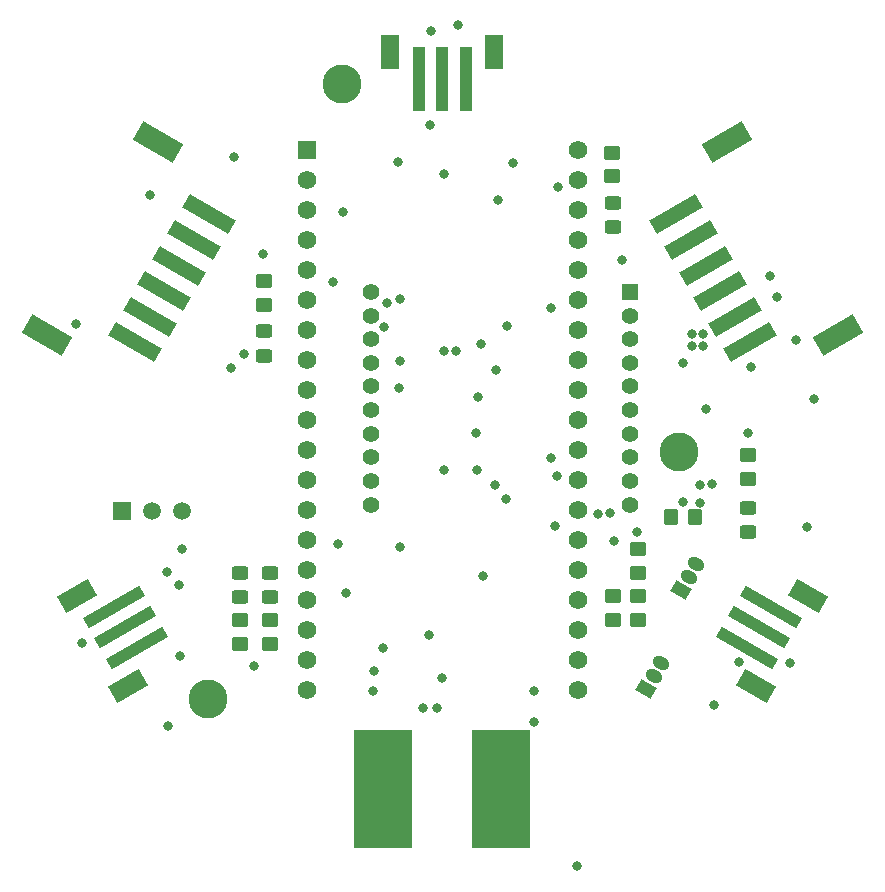
<source format=gbr>
%TF.GenerationSoftware,KiCad,Pcbnew,(5.99.0-10211-g744e70df36)*%
%TF.CreationDate,2021-04-29T03:04:50-06:00*%
%TF.ProjectId,spinnybot-motherboad,7370696e-6e79-4626-9f74-2d6d6f746865,rev?*%
%TF.SameCoordinates,Original*%
%TF.FileFunction,Soldermask,Top*%
%TF.FilePolarity,Negative*%
%FSLAX46Y46*%
G04 Gerber Fmt 4.6, Leading zero omitted, Abs format (unit mm)*
G04 Created by KiCad (PCBNEW (5.99.0-10211-g744e70df36)) date 2021-04-29 03:04:50*
%MOMM*%
%LPD*%
G01*
G04 APERTURE LIST*
G04 Aperture macros list*
%AMRoundRect*
0 Rectangle with rounded corners*
0 $1 Rounding radius*
0 $2 $3 $4 $5 $6 $7 $8 $9 X,Y pos of 4 corners*
0 Add a 4 corners polygon primitive as box body*
4,1,4,$2,$3,$4,$5,$6,$7,$8,$9,$2,$3,0*
0 Add four circle primitives for the rounded corners*
1,1,$1+$1,$2,$3*
1,1,$1+$1,$4,$5*
1,1,$1+$1,$6,$7*
1,1,$1+$1,$8,$9*
0 Add four rect primitives between the rounded corners*
20,1,$1+$1,$2,$3,$4,$5,0*
20,1,$1+$1,$4,$5,$6,$7,0*
20,1,$1+$1,$6,$7,$8,$9,0*
20,1,$1+$1,$8,$9,$2,$3,0*%
%AMHorizOval*
0 Thick line with rounded ends*
0 $1 width*
0 $2 $3 position (X,Y) of the first rounded end (center of the circle)*
0 $4 $5 position (X,Y) of the second rounded end (center of the circle)*
0 Add line between two ends*
20,1,$1,$2,$3,$4,$5,0*
0 Add two circle primitives to create the rounded ends*
1,1,$1,$2,$3*
1,1,$1,$4,$5*%
%AMRotRect*
0 Rectangle, with rotation*
0 The origin of the aperture is its center*
0 $1 length*
0 $2 width*
0 $3 Rotation angle, in degrees counterclockwise*
0 Add horizontal line*
21,1,$1,$2,0,0,$3*%
G04 Aperture macros list end*
%ADD10RoundRect,0.250000X-0.450000X0.350000X-0.450000X-0.350000X0.450000X-0.350000X0.450000X0.350000X0*%
%ADD11RotRect,1.000000X5.500000X120.000000*%
%ADD12RotRect,1.600000X3.000000X120.000000*%
%ADD13RotRect,1.050000X1.500000X60.000000*%
%ADD14HorizOval,1.050000X-0.194856X0.112500X0.194856X-0.112500X0*%
%ADD15RotRect,1.295400X4.495800X240.000000*%
%ADD16RotRect,1.803400X3.911600X240.000000*%
%ADD17R,5.000000X10.000000*%
%ADD18RoundRect,0.250000X-0.450000X0.325000X-0.450000X-0.325000X0.450000X-0.325000X0.450000X0.325000X0*%
%ADD19RoundRect,0.250000X0.450000X-0.350000X0.450000X0.350000X-0.450000X0.350000X-0.450000X-0.350000X0*%
%ADD20RoundRect,0.250000X0.450000X-0.325000X0.450000X0.325000X-0.450000X0.325000X-0.450000X-0.325000X0*%
%ADD21C,3.300000*%
%ADD22RotRect,1.295400X4.495800X120.000000*%
%ADD23RotRect,1.803400X3.911600X120.000000*%
%ADD24R,1.508000X1.508000*%
%ADD25C,1.508000*%
%ADD26RoundRect,0.250000X0.350000X0.450000X-0.350000X0.450000X-0.350000X-0.450000X0.350000X-0.450000X0*%
%ADD27RotRect,1.000000X5.500000X240.000000*%
%ADD28RotRect,1.600000X3.000000X240.000000*%
%ADD29C,0.800000*%
%ADD30R,1.000000X5.500000*%
%ADD31R,1.600000X3.000000*%
%ADD32R,1.560000X1.560000*%
%ADD33C,1.560000*%
%ADD34R,1.400000X1.400000*%
%ADD35C,1.400000*%
G04 APERTURE END LIST*
D10*
%TO.C,R5*%
X187150000Y-78700000D03*
X187150000Y-80700000D03*
%TD*%
D11*
%TO.C,J12*%
X146947846Y-120635163D03*
X145947846Y-118903112D03*
X144947846Y-117171061D03*
D12*
X141799289Y-116217600D03*
X146199289Y-123838624D03*
%TD*%
D13*
%TO.C,Q4*%
X190036769Y-124129853D03*
D14*
X190671769Y-123030001D03*
X191306769Y-121930148D03*
%TD*%
D15*
%TO.C,J8*%
X152999062Y-83929759D03*
X151749062Y-86094822D03*
X150499062Y-88259886D03*
X149249062Y-90424949D03*
X147999062Y-92590013D03*
X146749062Y-94755076D03*
D16*
X148710089Y-77758478D03*
X139260090Y-94126357D03*
%TD*%
D13*
%TO.C,Q5*%
X193006769Y-115739853D03*
D14*
X193641769Y-114640001D03*
X194276769Y-113540148D03*
%TD*%
D10*
%TO.C,R10*%
X157640000Y-89600000D03*
X157640000Y-91600000D03*
%TD*%
D17*
%TO.C,J1*%
X167777142Y-132565517D03*
%TD*%
D18*
%TO.C,D4*%
X198630000Y-108807500D03*
X198630000Y-110857500D03*
%TD*%
D19*
%TO.C,R15*%
X187240000Y-118250000D03*
X187240000Y-116250000D03*
%TD*%
D20*
%TO.C,D1*%
X155640000Y-116305000D03*
X155640000Y-114255000D03*
%TD*%
D19*
%TO.C,R4*%
X158139999Y-120280000D03*
X158139999Y-118280000D03*
%TD*%
%TO.C,R18*%
X189340000Y-114280000D03*
X189340000Y-112280000D03*
%TD*%
D21*
%TO.C,H4*%
X192810000Y-104060000D03*
%TD*%
D18*
%TO.C,D5*%
X157640000Y-93837500D03*
X157640000Y-95887500D03*
%TD*%
%TO.C,D3*%
X187200000Y-82925000D03*
X187200000Y-84975000D03*
%TD*%
D22*
%TO.C,J6*%
X198805222Y-94755076D03*
X197555222Y-92590013D03*
X196305222Y-90424949D03*
X195055222Y-88259886D03*
X193805222Y-86094822D03*
X192555222Y-83929759D03*
D23*
X206294194Y-94126357D03*
X196844195Y-77758478D03*
%TD*%
D19*
%TO.C,R3*%
X155639999Y-120280000D03*
X155639999Y-118280000D03*
%TD*%
D21*
%TO.C,H1*%
X152920000Y-125000000D03*
%TD*%
D20*
%TO.C,D2*%
X158140000Y-116305000D03*
X158140000Y-114255000D03*
%TD*%
D24*
%TO.C,PS1*%
X145650000Y-109010000D03*
D25*
X148190000Y-109010000D03*
X150730000Y-109010000D03*
%TD*%
D26*
%TO.C,R16*%
X194140000Y-109590000D03*
X192140000Y-109590000D03*
%TD*%
D21*
%TO.C,H3*%
X164290000Y-72930000D03*
%TD*%
D27*
%TO.C,J4*%
X200594046Y-117171846D03*
X199594046Y-118903897D03*
X198594046Y-120635948D03*
D28*
X199342603Y-123839409D03*
X203742603Y-116218385D03*
%TD*%
D19*
%TO.C,R14*%
X189340000Y-118250000D03*
X189340000Y-116250000D03*
%TD*%
D29*
%TO.C,J5*%
X175777142Y-137065517D03*
X178777142Y-134065517D03*
X178777142Y-135065517D03*
X176777142Y-136065517D03*
X177777142Y-134065517D03*
X176777142Y-137065517D03*
X179777142Y-135065517D03*
X177777142Y-137065517D03*
X179777142Y-136065517D03*
D17*
X177777142Y-132565517D03*
D29*
X177777142Y-136065517D03*
X176777142Y-134065517D03*
X176777142Y-135065517D03*
X177777142Y-135065517D03*
X179777142Y-134065517D03*
X175777142Y-136065517D03*
X179777142Y-137065517D03*
X178777142Y-137065517D03*
X178777142Y-136065517D03*
X175777142Y-135065517D03*
X175777142Y-134065517D03*
%TD*%
D30*
%TO.C,J3*%
X170777142Y-72445518D03*
X172777142Y-72445518D03*
X174777142Y-72445518D03*
D31*
X177177142Y-70195518D03*
X168377142Y-70195518D03*
%TD*%
D10*
%TO.C,R9*%
X198630000Y-104300000D03*
X198630000Y-106300000D03*
%TD*%
D32*
%TO.C,U5*%
X161327142Y-78435517D03*
D33*
X161327142Y-80975517D03*
X161327142Y-83515517D03*
X161327142Y-86055517D03*
X161327142Y-88595517D03*
X161327142Y-91135517D03*
X161327142Y-93675517D03*
X161327142Y-96215517D03*
X161327142Y-98755517D03*
X161327142Y-101295517D03*
X161327142Y-103835517D03*
X161327142Y-106375517D03*
X161327142Y-108915517D03*
X161327142Y-111455517D03*
X161327142Y-113995517D03*
X161327142Y-116535517D03*
X161327142Y-119075517D03*
X161327142Y-121615517D03*
X161327142Y-124155517D03*
X184227142Y-78435517D03*
X184227142Y-80975517D03*
X184227142Y-83515517D03*
X184227142Y-86055517D03*
X184227142Y-88595517D03*
X184227142Y-91135517D03*
X184227142Y-93675517D03*
X184227142Y-96215517D03*
X184227142Y-98755517D03*
X184227142Y-101295517D03*
X184227142Y-103835517D03*
X184227142Y-106375517D03*
X184227142Y-108915517D03*
X184227142Y-111455517D03*
X184227142Y-113995517D03*
X184227142Y-116535517D03*
X184227142Y-119075517D03*
X184227142Y-121615517D03*
X184227142Y-124155517D03*
%TD*%
D34*
%TO.C,U2*%
X188700000Y-90500000D03*
D35*
X188700000Y-92500000D03*
X188700000Y-94500000D03*
X188700000Y-96500000D03*
X188700000Y-98500000D03*
X188700000Y-100500000D03*
X188700000Y-102500000D03*
X188700000Y-104500000D03*
X188700000Y-106500000D03*
X188700000Y-108500000D03*
X166700000Y-108500000D03*
X166700000Y-106500000D03*
X166700000Y-104500000D03*
X166700000Y-102500000D03*
X166700000Y-100500000D03*
X166700000Y-98500000D03*
X166700000Y-96500000D03*
X166700000Y-94500000D03*
X166700000Y-92500000D03*
X166700000Y-90500000D03*
%TD*%
D29*
X150730000Y-112280000D03*
X155170000Y-79110000D03*
X171830000Y-68410000D03*
X194620000Y-108340000D03*
X155980000Y-95750000D03*
X164630000Y-116010000D03*
X154879603Y-96898246D03*
X195620000Y-106760000D03*
X200480000Y-89140000D03*
X163900000Y-111810000D03*
X150460000Y-115280000D03*
X167770000Y-120600000D03*
X156840000Y-122160000D03*
X175810000Y-99380000D03*
X175640000Y-102480000D03*
X167000000Y-122610000D03*
X189290000Y-110820000D03*
X157620000Y-87290000D03*
X198620000Y-102410000D03*
X177300000Y-97120000D03*
X182560000Y-81600000D03*
X195127579Y-100376187D03*
X193180000Y-96530000D03*
X195740000Y-125440000D03*
X184180000Y-139100000D03*
X142300000Y-120210000D03*
X202240000Y-121940000D03*
X174110000Y-67930000D03*
X150520000Y-121330000D03*
X149540000Y-127250000D03*
X202680000Y-94530000D03*
X204230000Y-99570000D03*
X203650000Y-110410000D03*
X169020000Y-79510000D03*
X171760000Y-76350000D03*
X182480000Y-106070000D03*
X149480000Y-114180000D03*
X178180000Y-108060000D03*
X197910000Y-121850000D03*
X182350000Y-110340000D03*
X177250000Y-106800000D03*
X166920000Y-124320000D03*
X176180000Y-114580000D03*
X171670000Y-119570000D03*
X181980679Y-104579321D03*
X168070000Y-91410000D03*
X163480000Y-89690000D03*
X164360000Y-83740000D03*
X167550000Y-136800000D03*
X180530000Y-124310000D03*
X166550000Y-136800000D03*
X166550000Y-135800000D03*
X167550000Y-135800000D03*
X180530000Y-126910000D03*
X177480000Y-82750000D03*
X172920000Y-80500000D03*
X172770000Y-123160000D03*
X172900000Y-95510000D03*
X175680000Y-105610000D03*
X172900000Y-105600000D03*
X176010000Y-94910000D03*
X172300000Y-125690000D03*
X167820000Y-93470000D03*
X173900000Y-95510000D03*
X187990000Y-87750000D03*
X171100000Y-125680000D03*
X182000000Y-91830000D03*
X178290000Y-93350000D03*
X178780000Y-79590000D03*
X187300000Y-111610000D03*
X198920000Y-96820000D03*
X194870000Y-94050000D03*
X194870000Y-95050000D03*
X193870000Y-94090610D03*
X193870000Y-95050000D03*
X187010000Y-109250000D03*
X148045743Y-82324257D03*
X185990000Y-109260000D03*
X141750000Y-93170000D03*
X169180000Y-91090000D03*
X169180000Y-96350000D03*
X169180000Y-112100000D03*
X169100000Y-98620000D03*
X201120000Y-90940000D03*
X193180000Y-108320000D03*
X194610000Y-106880000D03*
M02*

</source>
